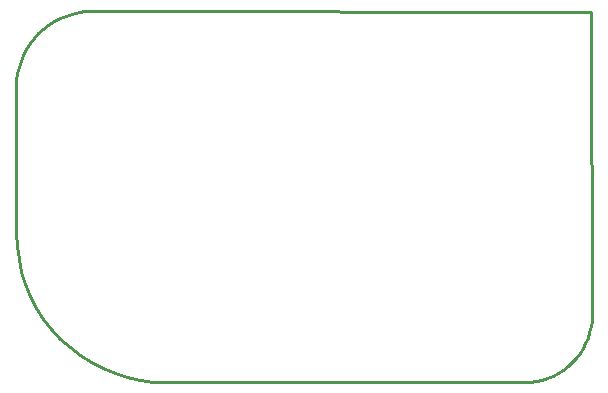
<source format=gbr>
G04 EAGLE Gerber RS-274X export*
G75*
%MOMM*%
%FSLAX34Y34*%
%LPD*%
%IN*%
%IPPOS*%
%AMOC8*
5,1,8,0,0,1.08239X$1,22.5*%
G01*
%ADD10C,0.254000*%


D10*
X-428Y250066D02*
X-217Y126392D01*
X284Y115358D01*
X1744Y104410D01*
X4153Y93631D01*
X7492Y83103D01*
X11736Y72906D01*
X16852Y63118D01*
X22803Y53813D01*
X29541Y45061D01*
X37017Y36931D01*
X45172Y29483D01*
X53946Y22774D01*
X63272Y16855D01*
X73077Y11772D01*
X83288Y7562D01*
X93828Y4259D01*
X104615Y1886D01*
X115568Y463D01*
X126386Y0D01*
X429945Y0D01*
X434924Y217D01*
X439865Y868D01*
X444731Y1947D01*
X449484Y3445D01*
X454088Y5353D01*
X458509Y7654D01*
X462712Y10332D01*
X466666Y13366D01*
X470341Y16733D01*
X473708Y20407D01*
X476742Y24361D01*
X479420Y28565D01*
X481721Y32985D01*
X483628Y37590D01*
X485127Y42343D01*
X486206Y47209D01*
X486856Y52150D01*
X487074Y57129D01*
X487074Y57224D01*
X486633Y313738D01*
X63673Y314212D01*
X58093Y313974D01*
X52554Y313252D01*
X47099Y312049D01*
X41770Y310376D01*
X36607Y308244D01*
X31650Y305671D01*
X26935Y302675D01*
X22500Y299280D01*
X18377Y295511D01*
X14599Y291397D01*
X11193Y286969D01*
X8187Y282262D01*
X5602Y277310D01*
X3458Y272152D01*
X1772Y266827D01*
X557Y261375D01*
X-178Y255838D01*
X-429Y250258D01*
X-428Y250066D01*
M02*

</source>
